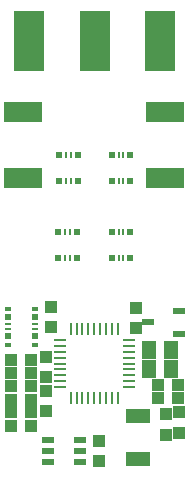
<source format=gbr>
G04 EAGLE Gerber RS-274X export*
G75*
%MOMM*%
%FSLAX34Y34*%
%LPD*%
%INSolderpaste Bottom*%
%IPPOS*%
%AMOC8*
5,1,8,0,0,1.08239X$1,22.5*%
G01*
%ADD10R,3.200000X1.800000*%
%ADD11R,1.000000X1.100000*%
%ADD12R,1.100000X1.000000*%
%ADD13R,1.300000X1.500000*%
%ADD14R,2.540000X5.080000*%
%ADD15R,1.000000X0.550000*%
%ADD16R,0.620000X0.600000*%
%ADD17R,0.240000X0.600000*%
%ADD18R,0.230000X1.000000*%
%ADD19R,1.000000X0.230000*%
%ADD20R,0.600000X0.550000*%
%ADD21R,0.600000X0.240000*%
%ADD22R,0.600000X0.450000*%
%ADD23R,2.000000X1.300000*%
%ADD24R,1.016000X0.508000*%


D10*
X56388Y333943D03*
X56388Y277943D03*
X176276Y333943D03*
X176276Y277943D03*
D11*
X187443Y91821D03*
X170443Y91821D03*
X45856Y68326D03*
X62856Y68326D03*
X45856Y90297D03*
X62856Y90297D03*
D12*
X170443Y103378D03*
X187443Y103378D03*
D13*
X181331Y132969D03*
X162331Y132969D03*
X181331Y116967D03*
X162331Y116967D03*
D11*
X120523Y55617D03*
X120523Y38617D03*
D12*
X45856Y112903D03*
X62856Y112903D03*
D11*
X75565Y81035D03*
X75565Y98035D03*
X75565Y127118D03*
X75565Y110118D03*
D12*
X62856Y79883D03*
X45856Y79883D03*
D11*
X187833Y79747D03*
X187833Y62747D03*
D12*
X62856Y101854D03*
X45856Y101854D03*
D11*
X151892Y168520D03*
X151892Y151520D03*
D14*
X61468Y394462D03*
X116586Y394462D03*
X171704Y394462D03*
D11*
X45856Y124460D03*
X62856Y124460D03*
D12*
X80010Y152028D03*
X80010Y169028D03*
D15*
X77343Y37592D03*
X77343Y47092D03*
X77343Y56592D03*
X104343Y37592D03*
X104343Y47092D03*
X104343Y56592D03*
D16*
X102235Y297688D03*
X86235Y297688D03*
X86235Y275688D03*
X102235Y275688D03*
D17*
X96235Y297688D03*
X92235Y297688D03*
X96235Y275688D03*
X92235Y275688D03*
D16*
X146939Y297688D03*
X130939Y297688D03*
X130939Y275688D03*
X146939Y275688D03*
D17*
X140939Y297688D03*
X136939Y297688D03*
X140939Y275688D03*
X136939Y275688D03*
D16*
X146939Y232410D03*
X130939Y232410D03*
X130939Y210410D03*
X146939Y210410D03*
D17*
X140939Y232410D03*
X136939Y232410D03*
X140939Y210410D03*
X136939Y210410D03*
D16*
X85725Y210439D03*
X101725Y210439D03*
X101725Y232439D03*
X85725Y232439D03*
D17*
X91725Y210439D03*
X95725Y210439D03*
X91725Y232439D03*
X95725Y232439D03*
D18*
X136332Y92158D03*
X131332Y92158D03*
X126332Y92158D03*
X121332Y92158D03*
X116332Y92158D03*
X111332Y92158D03*
X106332Y92158D03*
X101332Y92158D03*
X96332Y92158D03*
D19*
X87332Y101158D03*
X87332Y106158D03*
X87332Y111158D03*
X87332Y116158D03*
X87332Y121158D03*
X87332Y126158D03*
X87332Y131158D03*
X87332Y136158D03*
X87332Y141158D03*
D18*
X96332Y150158D03*
X101332Y150158D03*
X106332Y150158D03*
X111332Y150158D03*
X116332Y150158D03*
X121332Y150158D03*
X126332Y150158D03*
X131332Y150158D03*
X136332Y150158D03*
D19*
X145332Y141158D03*
X145332Y136158D03*
X145332Y131158D03*
X145332Y126158D03*
X145332Y121158D03*
X145332Y116158D03*
X145332Y111158D03*
X145332Y106158D03*
X145382Y101158D03*
D11*
X176784Y78096D03*
X176784Y61096D03*
D20*
X43434Y160274D03*
D21*
X43434Y154274D03*
X43434Y150274D03*
D20*
X43434Y144274D03*
X65934Y144274D03*
X65934Y160274D03*
D21*
X65934Y154274D03*
X65934Y150274D03*
D22*
X43434Y167774D03*
X43434Y136774D03*
X65934Y167774D03*
X65934Y136774D03*
D23*
X153670Y40174D03*
X153670Y77174D03*
D24*
X187745Y165749D03*
X187745Y146477D03*
X161805Y156637D03*
M02*

</source>
